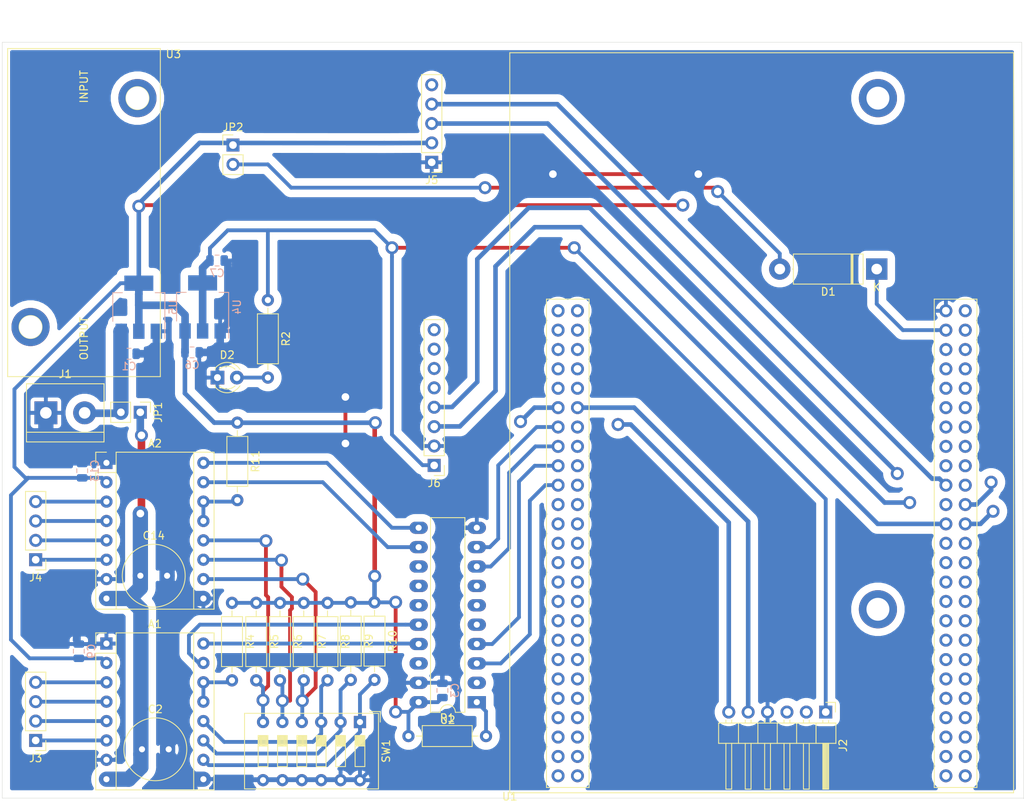
<source format=kicad_pcb>
(kicad_pcb (version 20171130) (host pcbnew 5.1.5-52549c5~84~ubuntu18.04.1)
  (layers (0 F.Cu signal) (31 B.Cu signal) (34 B.Paste user) (35 F.Paste user) (36 B.SilkS user) (37 F.SilkS user) (38 B.Mask user) (39 F.Mask user) (44 Edge.Cuts user))
  (net 0 "")
  (net 1 A4988_1_DIR)
  (net 2 VMOT)
  (net 3 A4988_1_STEP)
  (net 4 GND)
  (net 5 "Net-(A1-Pad13)")
  (net 6 A4988_1_2B)
  (net 7 A4988_1_2A)
  (net 8 A4988_1_MS3)
  (net 9 A4988_1_1A)
  (net 10 A4988_1_MS2)
  (net 11 A4988_1_1B)
  (net 12 A4988_1_MS1)
  (net 13 +5V)
  (net 14 A4988_2_DIR)
  (net 15 A4988_2_STEP)
  (net 16 "Net-(A2-Pad13)")
  (net 17 A4988_2_2B)
  (net 18 A4988_2_2A)
  (net 19 A4988_2_MS3)
  (net 20 A4988_2_1A)
  (net 21 A4988_2_MS2)
  (net 22 A4988_2_1B)
  (net 23 A4988_2_MS1)
  (net 24 +3V3)
  (net 25 "Net-(R1-Pad2)")
  (net 26 MOTOR_1_PULSE)
  (net 27 MOTOR_1_DIR)
  (net 28 MOTOR_2_PULSE)
  (net 29 MOTOR_2_DIR)
  (net 30 +9V)
  (net 31 UART_ROS_RX)
  (net 32 UART_ROS_TX)
  (net 33 DS1307_SCL)
  (net 34 DS1307_SDA)
  (net 35 "Net-(D1-Pad2)")
  (net 36 VMCU)
  (net 37 "Net-(D2-Pad2)")
  (net 38 MPU_6050_SDA)
  (net 39 MPU_6050_SCL)
  (module Diode_THT:D_5W_P12.70mm_Horizontal (layer F.Cu) (at 130.556 66.04 180)
    (fp_text reference D1 (at 6.35 -2.97) (layer F.SilkS))
    (fp_text value SS24)
    (fp_text user K (at 0 -2.4) (layer F.SilkS))
    (pad 2 thru_hole oval (at 12.7 0 180) (size 2.8 2.8) (drill 1.4) (layers *.Cu *.Mask) (net 35 "Net-(D1-Pad2)"))
    (pad 1 thru_hole rect (at 0 0 180) (size 2.8 2.8) (drill 1.4) (layers *.Cu *.Mask) (net 36 VMCU))
  )
  (module Resistor_THT:R_Axial_DIN0207_L6.3mm_D2.5mm_P10.16mm_Horizontal (layer F.Cu) (at 50.8 70.104 270)
    (fp_text reference R2 (at 5.08 -2.37 90) (layer F.SilkS))
    (fp_text value R_Small)
    (pad 2 thru_hole oval (at 10.16 0 270) (size 1.6 1.6) (drill 0.8) (layers *.Cu *.Mask) (net 37 "Net-(D2-Pad2)"))
    (pad 1 thru_hole circle (at 0 0 270) (size 1.6 1.6) (drill 0.8) (layers *.Cu *.Mask) (net 24 +3V3))
  )
  (module Connector_PinHeader_2.54mm:PinHeader_1x02_P2.54mm_Vertical (layer F.Cu) (at 46.228 49.784)
    (fp_text reference JP2 (at 0 -2.33) (layer F.SilkS))
    (fp_text value Jumper)
    (pad 2 thru_hole oval (at 0 2.54) (size 1.7 1.7) (drill 1) (layers *.Cu *.Mask) (net 35 "Net-(D1-Pad2)"))
    (pad 1 thru_hole rect (at 0 0) (size 1.7 1.7) (drill 1) (layers *.Cu *.Mask) (net 13 +5V))
  )
  (module Connector_PinHeader_2.54mm:PinHeader_1x08_P2.54mm_Vertical (layer F.Cu) (at 72.58558 91.77274 180)
    (fp_text reference J6 (at 0 -2.33) (layer F.SilkS))
    (fp_text value Conn_01x08)
    (pad 8 thru_hole oval (at 0 17.78 180) (size 1.7 1.7) (drill 1) (layers *.Cu *.Mask))
    (pad 7 thru_hole oval (at 0 15.24 180) (size 1.7 1.7) (drill 1) (layers *.Cu *.Mask))
    (pad 6 thru_hole oval (at 0 12.7 180) (size 1.7 1.7) (drill 1) (layers *.Cu *.Mask))
    (pad 5 thru_hole oval (at 0 10.16 180) (size 1.7 1.7) (drill 1) (layers *.Cu *.Mask))
    (pad 4 thru_hole oval (at 0 7.62 180) (size 1.7 1.7) (drill 1) (layers *.Cu *.Mask) (net 38 MPU_6050_SDA))
    (pad 3 thru_hole oval (at 0 5.08 180) (size 1.7 1.7) (drill 1) (layers *.Cu *.Mask) (net 39 MPU_6050_SCL))
    (pad 2 thru_hole oval (at 0 2.54 180) (size 1.7 1.7) (drill 1) (layers *.Cu *.Mask) (net 4 GND))
    (pad 1 thru_hole rect (at 0 0 180) (size 1.7 1.7) (drill 1) (layers *.Cu *.Mask) (net 24 +3V3))
  )
  (module LED_THT:LED_D3.0mm (layer F.Cu) (at 44.196 80.264)
    (fp_text reference D2 (at 1.27 -2.96) (layer F.SilkS))
    (fp_text value LED_Small)
    (pad 2 thru_hole circle (at 2.54 0) (size 1.8 1.8) (drill 0.9) (layers *.Cu *.Mask) (net 37 "Net-(D2-Pad2)"))
    (pad 1 thru_hole rect (at 0 0) (size 1.8 1.8) (drill 0.9) (layers *.Cu *.Mask) (net 4 GND))
  )
  (module Capacitor_THT:C_Radial_D8.0mm_H11.5mm_P3.50mm (layer F.Cu) (at 34.30778 128.98374)
    (fp_text reference C2 (at 1.75 -5.25) (layer F.SilkS))
    (fp_text value 10uF)
    (pad 2 thru_hole circle (at 3.5 0) (size 1.6 1.6) (drill 0.8) (layers *.Cu *.Mask) (net 4 GND))
    (pad 1 thru_hole circle (at 0 0) (size 1.6 1.6) (drill 0.8) (layers *.Cu *.Mask) (net 2 VMOT))
  )
  (module Connector_PinHeader_2.54mm:PinHeader_1x06_P2.54mm_Horizontal (layer F.Cu) (at 123.8758 124.1044 270)
    (fp_text reference J2 (at 4.385 -2.27 90) (layer F.SilkS))
    (fp_text value Conn_01x06)
    (pad 6 thru_hole oval (at 0 12.7 270) (size 1.7 1.7) (drill 1) (layers *.Cu *.Mask) (net 31 UART_ROS_RX))
    (pad 5 thru_hole oval (at 0 10.16 270) (size 1.7 1.7) (drill 1) (layers *.Cu *.Mask) (net 32 UART_ROS_TX))
    (pad 4 thru_hole oval (at 0 7.62 270) (size 1.7 1.7) (drill 1) (layers *.Cu *.Mask) (net 4 GND))
    (pad 3 thru_hole oval (at 0 5.08 270) (size 1.7 1.7) (drill 1) (layers *.Cu *.Mask))
    (pad 2 thru_hole oval (at 0 2.54 270) (size 1.7 1.7) (drill 1) (layers *.Cu *.Mask))
    (pad 1 thru_hole rect (at 0 0 270) (size 1.7 1.7) (drill 1) (layers *.Cu *.Mask) (net 24 +3V3))
  )
  (module Capacitor_THT:C_Radial_D8.0mm_H11.5mm_P3.50mm (layer F.Cu) (at 34.0995 106.2355)
    (fp_text reference C14 (at 1.75 -5.25) (layer F.SilkS))
    (fp_text value 10uF)
    (pad 2 thru_hole circle (at 3.5 0) (size 1.6 1.6) (drill 0.8) (layers *.Cu *.Mask) (net 4 GND))
    (pad 1 thru_hole circle (at 0 0) (size 1.6 1.6) (drill 0.8) (layers *.Cu *.Mask) (net 2 VMOT))
  )
  (module Package_TO_SOT_SMD:SOT-223-3_TabPin2 (layer B.Cu) (at 33.895 71.0434 90)
    (fp_text reference U5 (at 0 4.5 90) (layer B.SilkS) (effects (justify mirror)))
    (fp_text value AMS1117-5.0)
    (pad 1 smd rect (at -3.15 2.3 90) (size 2 1.5) (layers B.Cu B.Paste B.Mask) (net 4 GND))
    (pad 3 smd rect (at -3.15 -2.3 90) (size 2 1.5) (layers B.Cu B.Paste B.Mask) (net 30 +9V))
    (pad 2 smd rect (at -3.15 0 90) (size 2 1.5) (layers B.Cu B.Paste B.Mask) (net 13 +5V))
    (pad 2 smd rect (at 3.15 0 90) (size 2 3.8) (layers B.Cu B.Paste B.Mask) (net 13 +5V))
  )
  (module Capacitor_SMD:C_0805_2012Metric (layer B.Cu) (at 32.6136 77.1398)
    (fp_text reference C1 (at 0 1.65) (layer B.SilkS) (effects (justify mirror)))
    (fp_text value 22uF)
    (pad 2 smd roundrect (at 0.9375 0) (size 0.975 1.4) (layers B.Cu B.Paste B.Mask) (net 4 GND))
    (pad 1 smd roundrect (at -0.9375 0) (size 0.975 1.4) (layers B.Cu B.Paste B.Mask) (net 30 +9V))
  )
  (module Resistor_THT:R_Axial_DIN0207_L6.3mm_D2.5mm_P10.16mm_Horizontal (layer F.Cu) (at 46.7995 86.1695 270)
    (fp_text reference R11 (at 5.08 -2.37 90) (layer F.SilkS))
    (fp_text value 10K)
    (pad 2 thru_hole oval (at 10.16 0 270) (size 1.6 1.6) (drill 0.8) (layers *.Cu *.Mask) (net 16 "Net-(A2-Pad13)"))
    (pad 1 thru_hole circle (at 0 0 270) (size 1.6 1.6) (drill 0.8) (layers *.Cu *.Mask) (net 13 +5V))
  )
  (module Resistor_THT:R_Axial_DIN0207_L6.3mm_D2.5mm_P10.16mm_Horizontal (layer F.Cu) (at 64.77 109.728 270)
    (fp_text reference R10 (at 5.08 -2.37 270) (layer F.SilkS))
    (fp_text value 10K)
    (pad 2 thru_hole oval (at 10.16 0 270) (size 1.6 1.6) (drill 0.8) (layers *.Cu *.Mask) (net 12 A4988_1_MS1))
    (pad 1 thru_hole circle (at 0 0 270) (size 1.6 1.6) (drill 0.8) (layers *.Cu *.Mask) (net 13 +5V))
  )
  (module Resistor_THT:R_Axial_DIN0207_L6.3mm_D2.5mm_P10.16mm_Horizontal (layer F.Cu) (at 61.6585 109.728 270)
    (fp_text reference R9 (at 5.08 -2.37 270) (layer F.SilkS))
    (fp_text value 10K)
    (pad 2 thru_hole oval (at 10.16 0 270) (size 1.6 1.6) (drill 0.8) (layers *.Cu *.Mask) (net 10 A4988_1_MS2))
    (pad 1 thru_hole circle (at 0 0 270) (size 1.6 1.6) (drill 0.8) (layers *.Cu *.Mask) (net 13 +5V))
  )
  (module Resistor_THT:R_Axial_DIN0207_L6.3mm_D2.5mm_P10.16mm_Horizontal (layer F.Cu) (at 58.6105 109.7915 270)
    (fp_text reference R8 (at 5.08 -2.37 270) (layer F.SilkS))
    (fp_text value 10K)
    (pad 2 thru_hole oval (at 10.16 0 270) (size 1.6 1.6) (drill 0.8) (layers *.Cu *.Mask) (net 8 A4988_1_MS3))
    (pad 1 thru_hole circle (at 0 0 270) (size 1.6 1.6) (drill 0.8) (layers *.Cu *.Mask) (net 13 +5V))
  )
  (module Resistor_THT:R_Axial_DIN0207_L6.3mm_D2.5mm_P10.16mm_Horizontal (layer F.Cu) (at 55.499 109.7915 270)
    (fp_text reference R7 (at 5.08 -2.37 270) (layer F.SilkS))
    (fp_text value 10K)
    (pad 2 thru_hole oval (at 10.16 0 270) (size 1.6 1.6) (drill 0.8) (layers *.Cu *.Mask) (net 23 A4988_2_MS1))
    (pad 1 thru_hole circle (at 0 0 270) (size 1.6 1.6) (drill 0.8) (layers *.Cu *.Mask) (net 13 +5V))
  )
  (module Resistor_THT:R_Axial_DIN0207_L6.3mm_D2.5mm_P10.16mm_Horizontal (layer F.Cu) (at 52.3875 109.7915 270)
    (fp_text reference R6 (at 5.08 -2.37 270) (layer F.SilkS))
    (fp_text value 10K)
    (pad 2 thru_hole oval (at 10.16 0 270) (size 1.6 1.6) (drill 0.8) (layers *.Cu *.Mask) (net 21 A4988_2_MS2))
    (pad 1 thru_hole circle (at 0 0 270) (size 1.6 1.6) (drill 0.8) (layers *.Cu *.Mask) (net 13 +5V))
  )
  (module Resistor_THT:R_Axial_DIN0207_L6.3mm_D2.5mm_P10.16mm_Horizontal (layer F.Cu) (at 49.276 109.7915 270)
    (fp_text reference R5 (at 5.08 -2.37 270) (layer F.SilkS))
    (fp_text value 10K)
    (pad 2 thru_hole oval (at 10.16 0 270) (size 1.6 1.6) (drill 0.8) (layers *.Cu *.Mask) (net 19 A4988_2_MS3))
    (pad 1 thru_hole circle (at 0 0 270) (size 1.6 1.6) (drill 0.8) (layers *.Cu *.Mask) (net 13 +5V))
  )
  (module Resistor_THT:R_Axial_DIN0207_L6.3mm_D2.5mm_P10.16mm_Horizontal (layer F.Cu) (at 46.101 109.7915 270)
    (fp_text reference R4 (at 5.08 -2.37 90) (layer F.SilkS))
    (fp_text value 10K)
    (pad 2 thru_hole oval (at 10.16 0 270) (size 1.6 1.6) (drill 0.8) (layers *.Cu *.Mask) (net 5 "Net-(A1-Pad13)"))
    (pad 1 thru_hole circle (at 0 0 270) (size 1.6 1.6) (drill 0.8) (layers *.Cu *.Mask) (net 13 +5V))
  )
  (module Resistor_THT:R_Axial_DIN0207_L6.3mm_D2.5mm_P10.16mm_Horizontal (layer F.Cu) (at 69.215 127.254)
    (fp_text reference R1 (at 5.08 -2.37) (layer F.SilkS))
    (fp_text value 10K)
    (pad 2 thru_hole oval (at 10.16 0) (size 1.6 1.6) (drill 0.8) (layers *.Cu *.Mask) (net 25 "Net-(R1-Pad2)"))
    (pad 1 thru_hole circle (at 0 0) (size 1.6 1.6) (drill 0.8) (layers *.Cu *.Mask) (net 13 +5V))
  )
  (module footprints:LM2596_MODULE (layer F.Cu) (at 16.7132 37.1348 270)
    (fp_text reference U3 (at 0.7366 -21.717 180) (layer F.SilkS))
    (fp_text value LM2596_MODULE)
    (fp_text user OUTPUT (at 38 -10 90) (layer F.SilkS))
    (fp_text user INPUT (at 5 -10 90) (layer F.SilkS))
    (pad ~ thru_hole circle (at 36.5 -3 270) (size 5 5) (drill 3) (layers *.Cu *.Mask))
    (pad ~ thru_hole circle (at 6.5 -17 270) (size 5 5) (drill 3) (layers *.Cu *.Mask))
  )
  (module Package_TO_SOT_SMD:SOT-223-3_TabPin2 (layer B.Cu) (at 42.2529 71.0057 90)
    (fp_text reference U4 (at 0 4.5 90) (layer B.SilkS) (effects (justify mirror)))
    (fp_text value AMS1117-3.3)
    (pad 1 smd rect (at -3.15 2.3 90) (size 2 1.5) (layers B.Cu B.Paste B.Mask) (net 4 GND))
    (pad 3 smd rect (at -3.15 -2.3 90) (size 2 1.5) (layers B.Cu B.Paste B.Mask) (net 13 +5V))
    (pad 2 smd rect (at -3.15 0 90) (size 2 1.5) (layers B.Cu B.Paste B.Mask) (net 24 +3V3))
    (pad 2 smd rect (at 3.15 0 90) (size 2 3.8) (layers B.Cu B.Paste B.Mask) (net 24 +3V3))
  )
  (module Package_DIP:DIP-20_W7.62mm_LongPads (layer F.Cu) (at 78.1685 122.809 180)
    (fp_text reference U2 (at 3.81 -2.33) (layer F.SilkS))
    (fp_text value 74HC245)
    (pad 20 thru_hole oval (at 7.62 0 180) (size 2.4 1.6) (drill 0.8) (layers *.Cu *.Mask) (net 13 +5V))
    (pad 10 thru_hole oval (at 0 22.86 180) (size 2.4 1.6) (drill 0.8) (layers *.Cu *.Mask) (net 4 GND))
    (pad 19 thru_hole oval (at 7.62 2.54 180) (size 2.4 1.6) (drill 0.8) (layers *.Cu *.Mask) (net 4 GND))
    (pad 9 thru_hole oval (at 0 20.32 180) (size 2.4 1.6) (drill 0.8) (layers *.Cu *.Mask) (net 29 MOTOR_2_DIR))
    (pad 18 thru_hole oval (at 7.62 5.08 180) (size 2.4 1.6) (drill 0.8) (layers *.Cu *.Mask))
    (pad 8 thru_hole oval (at 0 17.78 180) (size 2.4 1.6) (drill 0.8) (layers *.Cu *.Mask) (net 28 MOTOR_2_PULSE))
    (pad 17 thru_hole oval (at 7.62 7.62 180) (size 2.4 1.6) (drill 0.8) (layers *.Cu *.Mask) (net 1 A4988_1_DIR))
    (pad 7 thru_hole oval (at 0 15.24 180) (size 2.4 1.6) (drill 0.8) (layers *.Cu *.Mask))
    (pad 16 thru_hole oval (at 7.62 10.16 180) (size 2.4 1.6) (drill 0.8) (layers *.Cu *.Mask) (net 3 A4988_1_STEP))
    (pad 6 thru_hole oval (at 0 12.7 180) (size 2.4 1.6) (drill 0.8) (layers *.Cu *.Mask))
    (pad 15 thru_hole oval (at 7.62 12.7 180) (size 2.4 1.6) (drill 0.8) (layers *.Cu *.Mask))
    (pad 5 thru_hole oval (at 0 10.16 180) (size 2.4 1.6) (drill 0.8) (layers *.Cu *.Mask))
    (pad 14 thru_hole oval (at 7.62 15.24 180) (size 2.4 1.6) (drill 0.8) (layers *.Cu *.Mask))
    (pad 4 thru_hole oval (at 0 7.62 180) (size 2.4 1.6) (drill 0.8) (layers *.Cu *.Mask) (net 26 MOTOR_1_PULSE))
    (pad 13 thru_hole oval (at 7.62 17.78 180) (size 2.4 1.6) (drill 0.8) (layers *.Cu *.Mask))
    (pad 3 thru_hole oval (at 0 5.08 180) (size 2.4 1.6) (drill 0.8) (layers *.Cu *.Mask) (net 27 MOTOR_1_DIR))
    (pad 12 thru_hole oval (at 7.62 20.32 180) (size 2.4 1.6) (drill 0.8) (layers *.Cu *.Mask) (net 15 A4988_2_STEP))
    (pad 2 thru_hole oval (at 0 2.54 180) (size 2.4 1.6) (drill 0.8) (layers *.Cu *.Mask))
    (pad 11 thru_hole oval (at 7.62 22.86 180) (size 2.4 1.6) (drill 0.8) (layers *.Cu *.Mask) (net 14 A4988_2_DIR))
    (pad 1 thru_hole rect (at 0 0 180) (size 2.4 1.6) (drill 0.8) (layers *.Cu *.Mask) (net 25 "Net-(R1-Pad2)"))
  )
  (module footprints:stm32f4_disco_board (layer F.Cu) (at 82.4865 134.6835)
    (fp_text reference U1 (at 0 0.5) (layer F.SilkS))
    (fp_text value stm32f4_disco_board)
    (pad 100 thru_hole oval (at 59.67 -2.22) (size 1.7 1.7) (drill 1) (layers *.Cu *.Mask))
    (pad 99 thru_hole oval (at 57.13 -2.22) (size 1.7 1.7) (drill 1) (layers *.Cu *.Mask))
    (pad 98 thru_hole oval (at 59.67 -4.76) (size 1.7 1.7) (drill 1) (layers *.Cu *.Mask))
    (pad 97 thru_hole oval (at 57.13 -4.76) (size 1.7 1.7) (drill 1) (layers *.Cu *.Mask))
    (pad 96 thru_hole oval (at 59.67 -7.3) (size 1.7 1.7) (drill 1) (layers *.Cu *.Mask))
    (pad 95 thru_hole oval (at 57.13 -7.3) (size 1.7 1.7) (drill 1) (layers *.Cu *.Mask))
    (pad 94 thru_hole oval (at 59.67 -9.84) (size 1.7 1.7) (drill 1) (layers *.Cu *.Mask))
    (pad 93 thru_hole oval (at 57.13 -9.84) (size 1.7 1.7) (drill 1) (layers *.Cu *.Mask))
    (pad 92 thru_hole oval (at 59.67 -12.38) (size 1.7 1.7) (drill 1) (layers *.Cu *.Mask))
    (pad 91 thru_hole oval (at 57.13 -12.38) (size 1.7 1.7) (drill 1) (layers *.Cu *.Mask))
    (pad 90 thru_hole oval (at 59.67 -14.92) (size 1.7 1.7) (drill 1) (layers *.Cu *.Mask))
    (pad 89 thru_hole oval (at 57.13 -14.92) (size 1.7 1.7) (drill 1) (layers *.Cu *.Mask))
    (pad 88 thru_hole oval (at 59.67 -17.46) (size 1.7 1.7) (drill 1) (layers *.Cu *.Mask))
    (pad 87 thru_hole oval (at 57.13 -17.46) (size 1.7 1.7) (drill 1) (layers *.Cu *.Mask))
    (pad 86 thru_hole oval (at 59.67 -20) (size 1.7 1.7) (drill 1) (layers *.Cu *.Mask))
    (pad 85 thru_hole oval (at 57.13 -20) (size 1.7 1.7) (drill 1) (layers *.Cu *.Mask))
    (pad 84 thru_hole oval (at 59.67 -22.54) (size 1.7 1.7) (drill 1) (layers *.Cu *.Mask))
    (pad 83 thru_hole oval (at 57.13 -22.54) (size 1.7 1.7) (drill 1) (layers *.Cu *.Mask))
    (pad 82 thru_hole oval (at 59.67 -25.08) (size 1.7 1.7) (drill 1) (layers *.Cu *.Mask))
    (pad 81 thru_hole oval (at 57.13 -25.08) (size 1.7 1.7) (drill 1) (layers *.Cu *.Mask))
    (pad 80 thru_hole oval (at 59.67 -27.62) (size 1.7 1.7) (drill 1) (layers *.Cu *.Mask))
    (pad 79 thru_hole oval (at 57.13 -27.62) (size 1.7 1.7) (drill 1) (layers *.Cu *.Mask))
    (pad 78 thru_hole oval (at 59.67 -30.16) (size 1.7 1.7) (drill 1) (layers *.Cu *.Mask))
    (pad 77 thru_hole oval (at 57.13 -30.16) (size 1.7 1.7) (drill 1) (layers *.Cu *.Mask))
    (pad 76 thru_hole oval (at 59.67 -32.7) (size 1.7 1.7) (drill 1) (layers *.Cu *.Mask))
    (pad 75 thru_hole oval (at 57.13 -32.7) (size 1.7 1.7) (drill 1) (layers *.Cu *.Mask))
    (pad 74 thru_hole oval (at 59.67 -35.24) (size 1.7 1.7) (drill 1) (layers *.Cu *.Mask) (net 38 MPU_6050_SDA))
    (pad 73 thru_hole oval (at 57.13 -35.24) (size 1.7 1.7) (drill 1) (layers *.Cu *.Mask) (net 39 MPU_6050_SCL))
    (pad 72 thru_hole oval (at 59.67 -37.78) (size 1.7 1.7) (drill 1) (layers *.Cu *.Mask) (net 34 DS1307_SDA))
    (pad 71 thru_hole oval (at 57.13 -37.78) (size 1.7 1.7) (drill 1) (layers *.Cu *.Mask))
    (pad 70 thru_hole oval (at 59.67 -40.32) (size 1.7 1.7) (drill 1) (layers *.Cu *.Mask))
    (pad 69 thru_hole oval (at 57.13 -40.32) (size 1.7 1.7) (drill 1) (layers *.Cu *.Mask) (net 33 DS1307_SCL))
    (pad 68 thru_hole oval (at 59.67 -42.86) (size 1.7 1.7) (drill 1) (layers *.Cu *.Mask))
    (pad 67 thru_hole oval (at 57.13 -42.86) (size 1.7 1.7) (drill 1) (layers *.Cu *.Mask))
    (pad 66 thru_hole oval (at 59.67 -45.4) (size 1.7 1.7) (drill 1) (layers *.Cu *.Mask))
    (pad 65 thru_hole oval (at 57.13 -45.4) (size 1.7 1.7) (drill 1) (layers *.Cu *.Mask))
    (pad 64 thru_hole oval (at 59.67 -47.94) (size 1.7 1.7) (drill 1) (layers *.Cu *.Mask))
    (pad 63 thru_hole oval (at 57.13 -47.94) (size 1.7 1.7) (drill 1) (layers *.Cu *.Mask))
    (pad 62 thru_hole oval (at 59.67 -50.48) (size 1.7 1.7) (drill 1) (layers *.Cu *.Mask))
    (pad 61 thru_hole oval (at 57.13 -50.48) (size 1.7 1.7) (drill 1) (layers *.Cu *.Mask))
    (pad 60 thru_hole oval (at 59.67 -53.02) (size 1.7 1.7) (drill 1) (layers *.Cu *.Mask))
    (pad 59 thru_hole oval (at 57.13 -53.02) (size 1.7 1.7) (drill 1) (layers *.Cu *.Mask))
    (pad 58 thru_hole oval (at 59.67 -55.56) (size 1.7 1.7) (drill 1) (layers *.Cu *.Mask))
    (pad 57 thru_hole oval (at 57.13 -55.56) (size 1.7 1.7) (drill 1) (layers *.Cu *.Mask))
    (pad 56 thru_hole oval (at 59.67 -58.1) (size 1.7 1.7) (drill 1) (layers *.Cu *.Mask))
    (pad 55 thru_hole oval (at 57.13 -58.1) (size 1.7 1.7) (drill 1) (layers *.Cu *.Mask))
    (pad 54 thru_hole oval (at 59.67 -60.64) (size 1.7 1.7) (drill 1) (layers *.Cu *.Mask))
    (pad 53 thru_hole oval (at 57.13 -60.64) (size 1.7 1.7) (drill 1) (layers *.Cu *.Mask) (net 36 VMCU))
    (pad 52 thru_hole oval (at 59.67 -63.18) (size 1.7 1.7) (drill 1) (layers *.Cu *.Mask))
    (pad 51 thru_hole oval (at 57.13 -63.18) (size 1.7 1.7) (drill 1) (layers *.Cu *.Mask) (net 4 GND))
    (pad 50 thru_hole oval (at 8.87 -2.22) (size 1.7 1.7) (drill 1) (layers *.Cu *.Mask))
    (pad 48 thru_hole oval (at 8.87 -4.76) (size 1.7 1.7) (drill 1) (layers *.Cu *.Mask))
    (pad 46 thru_hole oval (at 8.87 -7.3) (size 1.7 1.7) (drill 1) (layers *.Cu *.Mask))
    (pad 44 thru_hole oval (at 8.87 -9.84) (size 1.7 1.7) (drill 1) (layers *.Cu *.Mask))
    (pad 42 thru_hole oval (at 8.87 -12.38) (size 1.7 1.7) (drill 1) (layers *.Cu *.Mask))
    (pad 40 thru_hole oval (at 8.87 -14.92) (size 1.7 1.7) (drill 1) (layers *.Cu *.Mask))
    (pad 38 thru_hole oval (at 8.87 -17.46) (size 1.7 1.7) (drill 1) (layers *.Cu *.Mask))
    (pad 34 thru_hole oval (at 8.87 -22.54) (size 1.7 1.7) (drill 1) (layers *.Cu *.Mask))
    (pad 36 thru_hole oval (at 8.87 -20) (size 1.7 1.7) (drill 1) (layers *.Cu *.Mask))
    (pad 32 thru_hole oval (at 8.87 -25.08) (size 1.7 1.7) (drill 1) (layers *.Cu *.Mask))
    (pad 30 thru_hole oval (at 8.87 -27.62) (size 1.7 1.7) (drill 1) (layers *.Cu *.Mask))
    (pad 28 thru_hole oval (at 8.87 -30.16) (size 1.7 1.7) (drill 1) (layers *.Cu *.Mask))
    (pad 26 thru_hole oval (at 8.87 -32.7) (size 1.7 1.7) (drill 1) (layers *.Cu *.Mask))
    (pad 24 thru_hole oval (at 8.87 -35.24) (size 1.7 1.7) (drill 1) (layers *.Cu *.Mask))
    (pad 22 thru_hole oval (at 8.87 -37.78) (size 1.7 1.7) (drill 1) (layers *.Cu *.Mask))
    (pad 20 thru_hole oval (at 8.87 -40.32) (size 1.7 1.7) (drill 1) (layers *.Cu *.Mask))
    (pad 18 thru_hole oval (at 8.87 -42.86) (size 1.7 1.7) (drill 1) (layers *.Cu *.Mask))
    (pad 16 thru_hole oval (at 8.87 -45.4) (size 1.7 1.7) (drill 1) (layers *.Cu *.Mask))
    (pad 14 thru_hole oval (at 8.87 -47.94) (size 1.7 1.7) (drill 1) (layers *.Cu *.Mask))
    (pad 12 thru_hole oval (at 8.87 -50.48) (size 1.7 1.7) (drill 1) (layers *.Cu *.Mask) (net 32 UART_ROS_TX))
    (pad 10 thru_hole oval (at 8.87 -53.02) (size 1.7 1.7) (drill 1) (layers *.Cu *.Mask))
    (pad 8 thru_hole oval (at 8.87 -55.56) (size 1.7 1.7) (drill 1) (layers *.Cu *.Mask))
    (pad 6 thru_hole oval (at 8.87 -58.1) (size 1.7 1.7) (drill 1) (layers *.Cu *.Mask))
    (pad 4 thru_hole oval (at 8.87 -60.64) (size 1.7 1.7) (drill 1) (layers *.Cu *.Mask))
    (pad 2 thru_hole oval (at 8.87 -63.18) (size 1.7 1.7) (drill 1) (layers *.Cu *.Mask))
    (pad 1 thru_hole oval (at 6.33 -63.18) (size 1.7 1.7) (drill 1) (layers *.Cu *.Mask))
    (pad 3 thru_hole oval (at 6.33 -60.64) (size 1.7 1.7) (drill 1) (layers *.Cu *.Mask))
    (pad 5 thru_hole oval (at 6.33 -58.1) (size 1.7 1.7) (drill 1) (layers *.Cu *.Mask))
    (pad 7 thru_hole oval (at 6.33 -55.56) (size 1.7 1.7) (drill 1) (layers *.Cu *.Mask))
    (pad 9 thru_hole oval (at 6.33 -53.02) (size 1.7 1.7) (drill 1) (layers *.Cu *.Mask))
    (pad 11 thru_hole oval (at 6.33 -50.48) (size 1.7 1.7) (drill 1) (layers *.Cu *.Mask) (net 31 UART_ROS_RX))
    (pad 13 thru_hole oval (at 6.33 -47.94) (size 1.7 1.7) (drill 1) (layers *.Cu *.Mask) (net 29 MOTOR_2_DIR))
    (pad 15 thru_hole oval (at 6.33 -45.4) (size 1.7 1.7) (drill 1) (layers *.Cu *.Mask) (net 28 MOTOR_2_PULSE))
    (pad 17 thru_hole oval (at 6.33 -42.86) (size 1.7 1.7) (drill 1) (layers *.Cu *.Mask) (net 26 MOTOR_1_PULSE))
    (pad 19 thru_hole oval (at 6.33 -40.32) (size 1.7 1.7) (drill 1) (layers *.Cu *.Mask) (net 27 MOTOR_1_DIR))
    (pad 21 thru_hole oval (at 6.33 -37.78) (size 1.7 1.7) (drill 1) (layers *.Cu *.Mask))
    (pad 23 thru_hole oval (at 6.33 -35.24) (size 1.7 1.7) (drill 1) (layers *.Cu *.Mask))
    (pad 25 thru_hole oval (at 6.33 -32.7) (size 1.7 1.7) (drill 1) (layers *.Cu *.Mask))
    (pad 27 thru_hole oval (at 6.33 -30.16) (size 1.7 1.7) (drill 1) (layers *.Cu *.Mask))
    (pad 29 thru_hole oval (at 6.33 -27.62) (size 1.7 1.7) (drill 1) (layers *.Cu *.Mask))
    (pad 31 thru_hole oval (at 6.33 -25.08) (size 1.7 1.7) (drill 1) (layers *.Cu *.Mask))
    (pad 33 thru_hole oval (at 6.33 -22.54) (size 1.7 1.7) (drill 1) (layers *.Cu *.Mask))
    (pad 35 thru_hole oval (at 6.33 -20) (size 1.7 1.7) (drill 1) (layers *.Cu *.Mask))
    (pad 37 thru_hole oval (at 6.33 -17.46) (size 1.7 1.7) (drill 1) (layers *.Cu *.Mask))
    (pad 39 thru_hole oval (at 6.33 -14.92) (size 1.7 1.7) (drill 1) (layers *.Cu *.Mask))
    (pad 41 thru_hole oval (at 6.33 -12.38) (size 1.7 1.7) (drill 1) (layers *.Cu *.Mask))
    (pad 43 thru_hole oval (at 6.33 -9.84) (size 1.7 1.7) (drill 1) (layers *.Cu *.Mask))
    (pad 45 thru_hole oval (at 6.33 -7.3) (size 1.7 1.7) (drill 1) (layers *.Cu *.Mask))
    (pad 47 thru_hole oval (at 6.33 -4.76) (size 1.7 1.7) (drill 1) (layers *.Cu *.Mask))
    (pad 49 thru_hole oval (at 6.33 -2.22) (size 1.7 1.7) (drill 1) (layers *.Cu *.Mask))
  )
  (module Button_Switch_THT:SW_DIP_SPSTx06_Slide_9.78x17.42mm_W7.62mm_P2.54mm (layer F.Cu) (at 62.865 125.4125 270)
    (fp_text reference SW1 (at 3.81 -3.42 90) (layer F.SilkS))
    (fp_text value SW_DIP_x06)
    (pad 12 thru_hole oval (at 7.62 0 270) (size 1.6 1.6) (drill 0.8) (layers *.Cu *.Mask) (net 4 GND))
    (pad 6 thru_hole oval (at 0 12.7 270) (size 1.6 1.6) (drill 0.8) (layers *.Cu *.Mask) (net 19 A4988_2_MS3))
    (pad 11 thru_hole oval (at 7.62 2.54 270) (size 1.6 1.6) (drill 0.8) (layers *.Cu *.Mask) (net 4 GND))
    (pad 5 thru_hole oval (at 0 10.16 270) (size 1.6 1.6) (drill 0.8) (layers *.Cu *.Mask) (net 21 A4988_2_MS2))
    (pad 10 thru_hole oval (at 7.62 5.08 270) (size 1.6 1.6) (drill 0.8) (layers *.Cu *.Mask) (net 4 GND))
    (pad 4 thru_hole oval (at 0 7.62 270) (size 1.6 1.6) (drill 0.8) (layers *.Cu *.Mask) (net 23 A4988_2_MS1))
    (pad 9 thru_hole oval (at 7.62 7.62 270) (size 1.6 1.6) (drill 0.8) (layers *.Cu *.Mask) (net 4 GND))
    (pad 3 thru_hole oval (at 0 5.08 270) (size 1.6 1.6) (drill 0.8) (layers *.Cu *.Mask) (net 8 A4988_1_MS3))
    (pad 8 thru_hole oval (at 7.62 10.16 270) (size 1.6 1.6) (drill 0.8) (layers *.Cu *.Mask) (net 4 GND))
    (pad 2 thru_hole oval (at 0 2.54 270) (size 1.6 1.6) (drill 0.8) (layers *.Cu *.Mask) (net 10 A4988_1_MS2))
    (pad 7 thru_hole oval (at 7.62 12.7 270) (size 1.6 1.6) (drill 0.8) (layers *.Cu *.Mask) (net 4 GND))
    (pad 1 thru_hole rect (at 0 0 270) (size 1.6 1.6) (drill 0.8) (layers *.Cu *.Mask) (net 12 A4988_1_MS1))
  )
  (module Connector_PinHeader_2.54mm:PinHeader_1x02_P2.54mm_Vertical (layer F.Cu) (at 34.0868 84.8106 270)
    (fp_text reference JP1 (at 0 -2.33 90) (layer F.SilkS))
    (fp_text value Jumper)
    (pad 2 thru_hole oval (at 0 2.54 270) (size 1.7 1.7) (drill 1) (layers *.Cu *.Mask) (net 30 +9V))
    (pad 1 thru_hole rect (at 0 0 270) (size 1.7 1.7) (drill 1) (layers *.Cu *.Mask) (net 2 VMOT))
  )
  (module Connector_PinHeader_2.54mm:PinHeader_1x05_P2.54mm_Vertical (layer F.Cu) (at 72.263 52.0446 180)
    (fp_text reference J5 (at 0 -2.33) (layer F.SilkS))
    (fp_text value Conn_01x05)
    (pad 5 thru_hole oval (at 0 10.16 180) (size 1.7 1.7) (drill 1) (layers *.Cu *.Mask))
    (pad 4 thru_hole oval (at 0 7.62 180) (size 1.7 1.7) (drill 1) (layers *.Cu *.Mask) (net 33 DS1307_SCL))
    (pad 3 thru_hole oval (at 0 5.08 180) (size 1.7 1.7) (drill 1) (layers *.Cu *.Mask) (net 34 DS1307_SDA))
    (pad 2 thru_hole oval (at 0 2.54 180) (size 1.7 1.7) (drill 1) (layers *.Cu *.Mask) (net 13 +5V))
    (pad 1 thru_hole rect (at 0 0 180) (size 1.7 1.7) (drill 1) (layers *.Cu *.Mask) (net 4 GND))
  )
  (module Connector_PinHeader_2.54mm:PinHeader_1x04_P2.54mm_Vertical (layer F.Cu) (at 20.3835 104.14 180)
    (fp_text reference J4 (at 0 -2.33) (layer F.SilkS))
    (fp_text value Conn_01x04)
    (pad 4 thru_hole oval (at 0 7.62 180) (size 1.7 1.7) (drill 1) (layers *.Cu *.Mask) (net 22 A4988_2_1B))
    (pad 3 thru_hole oval (at 0 5.08 180) (size 1.7 1.7) (drill 1) (layers *.Cu *.Mask) (net 20 A4988_2_1A))
    (pad 2 thru_hole oval (at 0 2.54 180) (size 1.7 1.7) (drill 1) (layers *.Cu *.Mask) (net 18 A4988_2_2A))
    (pad 1 thru_hole rect (at 0 0 180) (size 1.7 1.7) (drill 1) (layers *.Cu *.Mask) (net 17 A4988_2_2B))
  )
  (module Connector_PinHeader_2.54mm:PinHeader_1x04_P2.54mm_Vertical (layer F.Cu) (at 20.3835 127.8255 180)
    (fp_text reference J3 (at 0 -2.33) (layer F.SilkS))
    (fp_text value Conn_01x04)
    (pad 4 thru_hole oval (at 0 7.62 180) (size 1.7 1.7) (drill 1) (layers *.Cu *.Mask) (net 11 A4988_1_1B))
    (pad 3 thru_hole oval (at 0 5.08 180) (size 1.7 1.7) (drill 1) (layers *.Cu *.Mask) (net 9 A4988_1_1A))
    (pad 2 thru_hole oval (at 0 2.54 180) (size 1.7 1.7) (drill 1) (layers *.Cu *.Mask) (net 7 A4988_1_2A))
    (pad 1 thru_hole rect (at 0 0 180) (size 1.7 1.7) (drill 1) (layers *.Cu *.Mask) (net 6 A4988_1_2B))
  )
  (module TerminalBlock:TerminalBlock_bornier-2_P5.08mm (layer F.Cu) (at 21.717 84.8868)
    (fp_text reference J1 (at 2.54 -5.08) (layer F.SilkS))
    (fp_text value Conn_01x02)
    (pad 2 thru_hole circle (at 5.08 0) (size 3 3) (drill 1.52) (layers *.Cu *.Mask) (net 30 +9V))
    (pad 1 thru_hole rect (at 0 0) (size 3 3) (drill 1.52) (layers *.Cu *.Mask) (net 4 GND))
  )
  (module Capacitor_SMD:C_0805_2012Metric (layer B.Cu) (at 26.4795 92.471 90)
    (fp_text reference C13 (at 0 1.65 270) (layer B.SilkS) (effects (justify mirror)))
    (fp_text value 100nF)
    (pad 2 smd roundrect (at 0.9375 0 90) (size 0.975 1.4) (layers B.Cu B.Paste B.Mask) (net 4 GND))
    (pad 1 smd roundrect (at -0.9375 0 90) (size 0.975 1.4) (layers B.Cu B.Paste B.Mask) (net 13 +5V))
  )
  (module Capacitor_SMD:C_0805_2012Metric (layer B.Cu) (at 26.035 116.1265 90)
    (fp_text reference C9 (at 0 1.65 270) (layer B.SilkS) (effects (justify mirror)))
    (fp_text value 100nF)
    (pad 2 smd roundrect (at 0.9375 0 90) (size 0.975 1.4) (layers B.Cu B.Paste B.Mask) (net 4 GND))
    (pad 1 smd roundrect (at -0.9375 0 90) (size 0.975 1.4) (layers B.Cu B.Paste B.Mask) (net 13 +5V))
  )
  (module Capacitor_SMD:C_0805_2012Metric (layer B.Cu) (at 44.1475 64.9224)
    (fp_text reference C7 (at 0 1.65) (layer B.SilkS) (effects (justify mirror)))
    (fp_text value 10uF)
    (pad 2 smd roundrect (at 0.9375 0) (size 0.975 1.4) (layers B.Cu B.Paste B.Mask) (net 4 GND))
    (pad 1 smd roundrect (at -0.9375 0) (size 0.975 1.4) (layers B.Cu B.Paste B.Mask) (net 24 +3V3))
  )
  (module Capacitor_SMD:C_0805_2012Metric (layer B.Cu) (at 40.8709 76.962)
    (fp_text reference C6 (at 0 1.65) (layer B.SilkS) (effects (justify mirror)))
    (fp_text value 22uF)
    (pad 2 smd roundrect (at 0.9375 0) (size 0.975 1.4) (layers B.Cu B.Paste B.Mask) (net 4 GND))
    (pad 1 smd roundrect (at -0.9375 0) (size 0.975 1.4) (layers B.Cu B.Paste B.Mask) (net 13 +5V))
  )
  (module Capacitor_SMD:C_0805_2012Metric (layer B.Cu) (at 73.66 121.27 90)
    (fp_text reference C3 (at 0 1.65 -90) (layer B.SilkS) (effects (justify mirror)))
    (fp_text value 100nF)
    (pad 2 smd roundrect (at 0.9375 0 90) (size 0.975 1.4) (layers B.Cu B.Paste B.Mask) (net 4 GND))
    (pad 1 smd roundrect (at -0.9375 0 90) (size 0.975 1.4) (layers B.Cu B.Paste B.Mask) (net 13 +5V))
  )
  (module Module:Pololu_Breakout-16_15.2x20.3mm (layer F.Cu) (at 29.6545 91.44)
    (fp_text reference A2 (at 6.35 -2.54) (layer F.SilkS))
    (fp_text value A4988_MODULE)
    (pad 16 thru_hole oval (at 12.7 0) (size 1.6 1.6) (drill 0.8) (layers *.Cu *.Mask) (net 14 A4988_2_DIR))
    (pad 8 thru_hole oval (at 0 17.78) (size 1.6 1.6) (drill 0.8) (layers *.Cu *.Mask) (net 2 VMOT))
    (pad 15 thru_hole oval (at 12.7 2.54) (size 1.6 1.6) (drill 0.8) (layers *.Cu *.Mask) (net 15 A4988_2_STEP))
    (pad 7 thru_hole oval (at 0 15.24) (size 1.6 1.6) (drill 0.8) (layers *.Cu *.Mask) (net 4 GND))
    (pad 14 thru_hole oval (at 12.7 5.08) (size 1.6 1.6) (drill 0.8) (layers *.Cu *.Mask) (net 16 "Net-(A2-Pad13)"))
    (pad 6 thru_hole oval (at 0 12.7) (size 1.6 1.6) (drill 0.8) (layers *.Cu *.Mask) (net 17 A4988_2_2B))
    (pad 13 thru_hole oval (at 12.7 7.62) (size 1.6 1.6) (drill 0.8) (layers *.Cu *.Mask) (net 16 "Net-(A2-Pad13)"))
    (pad 5 thru_hole oval (at 0 10.16) (size 1.6 1.6) (drill 0.8) (layers *.Cu *.Mask) (net 18 A4988_2_2A))
    (pad 12 thru_hole oval (at 12.7 10.16) (size 1.6 1.6) (drill 0.8) (layers *.Cu *.Mask) (net 19 A4988_2_MS3))
    (pad 4 thru_hole oval (at 0 7.62) (size 1.6 1.6) (drill 0.8) (layers *.Cu *.Mask) (net 20 A4988_2_1A))
    (pad 11 thru_hole oval (at 12.7 12.7) (size 1.6 1.6) (drill 0.8) (layers *.Cu *.Mask) (net 21 A4988_2_MS2))
    (pad 3 thru_hole oval (at 0 5.08) (size 1.6 1.6) (drill 0.8) (layers *.Cu *.Mask) (net 22 A4988_2_1B))
    (pad 10 thru_hole oval (at 12.7 15.24) (size 1.6 1.6) (drill 0.8) (layers *.Cu *.Mask) (net 23 A4988_2_MS1))
    (pad 2 thru_hole oval (at 0 2.54) (size 1.6 1.6) (drill 0.8) (layers *.Cu *.Mask) (net 13 +5V))
    (pad 9 thru_hole oval (at 12.7 17.78) (size 1.6 1.6) (drill 0.8) (layers *.Cu *.Mask) (net 4 GND))
    (pad 1 thru_hole rect (at 0 0) (size 1.6 1.6) (drill 0.8) (layers *.Cu *.Mask) (net 4 GND))
  )
  (module Module:Pololu_Breakout-16_15.2x20.3mm (layer F.Cu) (at 29.6545 115.1255)
    (fp_text reference A1 (at 6.35 -2.54) (layer F.SilkS))
    (fp_text value A4988_MODULE)
    (pad 16 thru_hole oval (at 12.7 0) (size 1.6 1.6) (drill 0.8) (layers *.Cu *.Mask) (net 1 A4988_1_DIR))
    (pad 8 thru_hole oval (at 0 17.78) (size 1.6 1.6) (drill 0.8) (layers *.Cu *.Mask) (net 2 VMOT))
    (pad 15 thru_hole oval (at 12.7 2.54) (size 1.6 1.6) (drill 0.8) (layers *.Cu *.Mask) (net 3 A4988_1_STEP))
    (pad 7 thru_hole oval (at 0 15.24) (size 1.6 1.6) (drill 0.8) (layers *.Cu *.Mask) (net 4 GND))
    (pad 14 thru_hole oval (at 12.7 5.08) (size 1.6 1.6) (drill 0.8) (layers *.Cu *.Mask) (net 5 "Net-(A1-Pad13)"))
    (pad 6 thru_hole oval (at 0 12.7) (size 1.6 1.6) (drill 0.8) (layers *.Cu *.Mask) (net 6 A4988_1_2B))
    (pad 13 thru_hole oval (at 12.7 7.62) (size 1.6 1.6) (drill 0.8) (layers *.Cu *.Mask) (net 5 "Net-(A1-Pad13)"))
    (pad 5 thru_hole oval (at 0 10.16) (size 1.6 1.6) (drill 0.8) (layers *.Cu *.Mask) (net 7 A4988_1_2A))
    (pad 12 thru_hole oval (at 12.7 10.16) (size 1.6 1.6) (drill 0.8) (layers *.Cu *.Mask) (net 8 A4988_1_MS3))
    (pad 4 thru_hole oval (at 0 7.62) (size 1.6 1.6) (drill 0.8) (layers *.Cu *.Mask) (net 9 A4988_1_1A))
    (pad 11 thru_hole oval (at 12.7 12.7) (size 1.6 1.6) (drill 0.8) (layers *.Cu *.Mask) (net 10 A4988_1_MS2))
    (pad 3 thru_hole oval (at 0 5.08) (size 1.6 1.6) (drill 0.8) (layers *.Cu *.Mask) (net 11 A4988_1_1B))
    (pad 10 thru_hole oval (at 12.7 15.24) (size 1.6 1.6) (drill 0.8) (layers *.Cu *.Mask) (net 12 A4988_1_MS1))
    (pad 2 thru_hole oval (at 0 2.54) (size 1.6 1.6) (drill 0.8) (layers *.Cu *.Mask) (net 13 +5V))
    (pad 9 thru_hole oval (at 12.7 17.78) (size 1.6 1.6) (drill 0.8) (layers *.Cu *.Mask) (net 4 GND))
    (pad 1 thru_hole rect (at 0 0) (size 1.6 1.6) (drill 0.8) (layers *.Cu *.Mask) (net 4 GND))
  )
  (gr_line (start 16.002 36.322) (end 149.5552 36.322) (layer Edge.Cuts) (width 0.05))
  (gr_line (start 16.002 135.382) (end 16.002 36.322) (layer Edge.Cuts) (width 0.05))
  (gr_line (start 149.8092 135.382) (end 16.002 135.382) (layer Edge.Cuts) (width 0.05))
  (gr_line (start 149.5552 36.322) (end 149.8092 135.4836) (layer Edge.Cuts) (width 0.05))
  (segment (start 70.485 117.6655) (end 70.5485 117.729) (width 0.5) (layer B.Cu) (net 0))
  (via (at 130.7132 43.6348) (size 5) (drill 3) (layers F.Cu B.Cu) (net 0))
  (via (at 130.7132 110.6348) (size 5) (drill 3) (layers F.Cu B.Cu) (net 0))
  (segment (start 70.485 115.1255) (end 70.5485 115.189) (width 0.5) (layer B.Cu) (net 1))
  (segment (start 42.3545 115.1255) (end 70.485 115.1255) (width 0.5) (layer B.Cu) (net 1))
  (via (at 34.2392 87.8332) (size 1.7) (drill 1) (layers F.Cu B.Cu) (net 2))
  (segment (start 34.163 131.318) (end 34.163 129.6035) (width 2) (layer B.Cu) (net 2))
  (segment (start 29.6545 132.9055) (end 32.5755 132.9055) (width 2) (layer B.Cu) (net 2))
  (segment (start 32.5755 132.9055) (end 34.163 131.318) (width 2) (layer B.Cu) (net 2))
  (segment (start 34.0995 107.823) (end 34.0995 106.2355) (width 2) (layer B.Cu) (net 2))
  (segment (start 29.6545 109.22) (end 32.7025 109.22) (width 2) (layer B.Cu) (net 2))
  (segment (start 32.7025 109.22) (end 34.0995 107.823) (width 2) (layer B.Cu) (net 2))
  (segment (start 34.163 110.6805) (end 32.7025 109.22) (width 2) (layer B.Cu) (net 2))
  (segment (start 34.163 129.667) (end 34.163 110.6805) (width 2) (layer B.Cu) (net 2))
  (segment (start 34.0995 106.2355) (end 34.0995 98.0821) (width 2) (layer B.Cu) (net 2))
  (segment (start 34.0995 98.0821) (end 34.0995 98.0821) (width 2) (layer B.Cu) (net 2))
  (via (at 34.0995 98.0821) (size 1.7) (drill 1) (layers F.Cu B.Cu) (net 2))
  (segment (start 34.0868 84.8106) (end 34.0868 87.6808) (width 1) (layer B.Cu) (net 2))
  (segment (start 34.2392 87.8332) (end 34.0868 87.6808) (width 1) (layer B.Cu) (net 2))
  (segment (start 34.2392 97.9424) (end 34.0995 98.0821) (width 1) (layer F.Cu) (net 2))
  (segment (start 34.2392 87.8332) (end 34.2392 97.9424) (width 1) (layer F.Cu) (net 2))
  (segment (start 68.8485 112.649) (end 70.5485 112.649) (width 0.5) (layer B.Cu) (net 3))
  (segment (start 40.4622 114.0714) (end 41.8846 112.649) (width 0.5) (layer B.Cu) (net 3))
  (segment (start 40.4622 116.3955) (end 40.4622 114.0714) (width 0.5) (layer B.Cu) (net 3))
  (segment (start 42.3545 117.6655) (end 41.7322 117.6655) (width 0.5) (layer B.Cu) (net 3))
  (segment (start 41.8846 112.649) (end 68.8485 112.649) (width 0.5) (layer B.Cu) (net 3))
  (segment (start 41.7322 117.6655) (end 40.4622 116.3955) (width 0.5) (layer B.Cu) (net 3))
  (segment (start 38.989 132.9055) (end 42.3545 132.9055) (width 2) (layer B.Cu) (net 4))
  (segment (start 37.663 129.6035) (end 37.663 131.5795) (width 2) (layer B.Cu) (net 4))
  (segment (start 37.663 131.5795) (end 38.989 132.9055) (width 2) (layer B.Cu) (net 4))
  (segment (start 42.348902 109.22) (end 42.351701 109.222799) (width 2) (layer B.Cu) (net 4))
  (segment (start 37.5995 106.2355) (end 37.5995 107.36687) (width 2) (layer B.Cu) (net 4))
  (segment (start 39.45263 109.22) (end 42.348902 109.22) (width 2) (layer B.Cu) (net 4))
  (segment (start 37.5995 107.36687) (end 39.45263 109.22) (width 2) (layer B.Cu) (net 4))
  (segment (start 26.035 115.189) (end 29.591 115.189) (width 0.5) (layer B.Cu) (net 4))
  (segment (start 29.561 91.5335) (end 29.6545 91.44) (width 0.5) (layer B.Cu) (net 4))
  (segment (start 26.4795 91.5335) (end 29.561 91.5335) (width 0.5) (layer B.Cu) (net 4))
  (segment (start 73.5965 120.269) (end 73.66 120.3325) (width 0.5) (layer B.Cu) (net 4))
  (segment (start 70.5485 120.269) (end 73.5965 120.269) (width 0.5) (layer B.Cu) (net 4))
  (segment (start 62.738 132.9055) (end 62.865 133.0325) (width 0.5) (layer B.Cu) (net 4))
  (segment (start 42.3545 132.9055) (end 62.738 132.9055) (width 0.5) (layer B.Cu) (net 4))
  (segment (start 30.78587 130.3655) (end 31.8008 129.35057) (width 0.5) (layer B.Cu) (net 4))
  (segment (start 29.6545 130.3655) (end 30.78587 130.3655) (width 0.5) (layer B.Cu) (net 4))
  (segment (start 30.9545 115.1255) (end 29.6545 115.1255) (width 0.5) (layer B.Cu) (net 4))
  (segment (start 31.8008 115.9718) (end 30.9545 115.1255) (width 0.5) (layer B.Cu) (net 4))
  (segment (start 31.8008 129.35057) (end 31.8008 115.9718) (width 0.5) (layer B.Cu) (net 4))
  (segment (start 35.2486 77.1398) (end 36.195 76.1934) (width 1) (layer B.Cu) (net 4))
  (segment (start 36.195 76.1934) (end 36.195 74.1934) (width 1) (layer B.Cu) (net 4))
  (segment (start 33.5511 77.1398) (end 35.2486 77.1398) (width 1) (layer B.Cu) (net 4))
  (segment (start 43.7466 76.962) (end 44.5529 76.1557) (width 1) (layer B.Cu) (net 4))
  (segment (start 44.5529 76.1557) (end 44.5529 74.1557) (width 1) (layer B.Cu) (net 4))
  (segment (start 41.8084 76.962) (end 43.7466 76.962) (width 1) (layer B.Cu) (net 4))
  (segment (start 45.570527 65.407927) (end 45.085 64.9224) (width 1) (layer B.Cu) (net 4))
  (segment (start 45.570527 73.098273) (end 45.570527 65.407927) (width 1) (layer B.Cu) (net 4))
  (segment (start 44.5529 74.1557) (end 44.5131 74.1557) (width 1) (layer B.Cu) (net 4))
  (segment (start 44.5131 74.1557) (end 45.570527 73.098273) (width 1) (layer B.Cu) (net 4))
  (segment (start 76.3685 99.949) (end 78.1685 99.949) (width 0.6) (layer B.Cu) (net 4))
  (segment (start 73.66 102.6575) (end 76.3685 99.949) (width 0.6) (layer B.Cu) (net 4))
  (segment (start 73.66 120.3325) (end 73.66 102.6575) (width 0.6) (layer B.Cu) (net 4))
  (segment (start 37.663 111.00963) (end 37.663 129.667) (width 2) (layer B.Cu) (net 4))
  (segment (start 39.45263 109.22) (end 37.663 111.00963) (width 2) (layer B.Cu) (net 4))
  (segment (start 25.549473 108.181527) (end 27.051 106.68) (width 0.6) (layer B.Cu) (net 4))
  (segment (start 26.035 115.189) (end 25.549473 114.703473) (width 0.6) (layer B.Cu) (net 4))
  (segment (start 27.051 106.68) (end 29.6545 106.68) (width 0.6) (layer B.Cu) (net 4))
  (segment (start 25.549473 114.703473) (end 25.549473 108.181527) (width 0.6) (layer B.Cu) (net 4))
  (segment (start 67.8688 120.269) (end 70.5485 120.269) (width 0.5) (layer B.Cu) (net 4))
  (segment (start 65.3288 122.809) (end 67.8688 120.269) (width 0.5) (layer B.Cu) (net 4))
  (segment (start 62.865 133.0325) (end 65.3288 130.5687) (width 0.5) (layer B.Cu) (net 4))
  (segment (start 65.3288 130.5687) (end 65.3288 122.809) (width 0.5) (layer B.Cu) (net 4))
  (segment (start 37.5995 95.8417) (end 37.5995 106.2355) (width 2) (layer B.Cu) (net 4))
  (segment (start 32.2834 90.5256) (end 37.5995 95.8417) (width 2) (layer B.Cu) (net 4))
  (segment (start 23.1902 90.5256) (end 32.2834 90.5256) (width 2) (layer B.Cu) (net 4))
  (segment (start 21.717 84.8868) (end 21.717 89.0524) (width 2) (layer B.Cu) (net 4))
  (segment (start 21.717 89.0524) (end 23.1902 90.5256) (width 2) (layer B.Cu) (net 4))
  (via (at 60.96 88.9) (size 1.7) (drill 1) (layers F.Cu B.Cu) (net 4))
  (via (at 60.96 82.804) (size 1.7) (drill 1) (layers F.Cu B.Cu) (net 4))
  (segment (start 60.96 88.9) (end 60.96 82.804) (width 0.5) (layer F.Cu) (net 4))
  (via (at 107.188 53.594) (size 1.7) (drill 1) (layers F.Cu B.Cu) (net 4))
  (via (at 88.138 53.594) (size 1.7) (drill 1) (layers F.Cu B.Cu) (net 4))
  (segment (start 107.188 53.594) (end 88.138 53.594) (width 0.5) (layer F.Cu) (net 4))
  (segment (start 42.3545 122.7455) (end 42.3545 120.2055) (width 0.5) (layer B.Cu) (net 5))
  (segment (start 45.847 120.2055) (end 46.101 119.9515) (width 0.5) (layer B.Cu) (net 5))
  (segment (start 42.3545 120.2055) (end 45.847 120.2055) (width 0.5) (layer B.Cu) (net 5))
  (segment (start 20.3835 127.8255) (end 29.6545 127.8255) (width 0.5) (layer B.Cu) (net 6))
  (segment (start 20.3835 125.2855) (end 29.6545 125.2855) (width 0.5) (layer B.Cu) (net 7))
  (segment (start 57.785 120.777) (end 57.785 125.4125) (width 0.5) (layer B.Cu) (net 8))
  (segment (start 58.6105 119.9515) (end 57.785 120.777) (width 0.5) (layer B.Cu) (net 8))
  (segment (start 57.785 126.9365) (end 57.785 125.4125) (width 0.5) (layer B.Cu) (net 8))
  (segment (start 56.7055 128.016) (end 57.785 126.9365) (width 0.5) (layer B.Cu) (net 8))
  (segment (start 42.3545 125.2855) (end 45.085 128.016) (width 0.5) (layer B.Cu) (net 8))
  (segment (start 45.085 128.016) (end 56.7055 128.016) (width 0.5) (layer B.Cu) (net 8))
  (segment (start 20.3835 122.7455) (end 29.6545 122.7455) (width 0.5) (layer B.Cu) (net 9))
  (segment (start 60.325 121.2215) (end 60.325 125.4125) (width 0.5) (layer B.Cu) (net 10))
  (segment (start 61.6585 119.888) (end 60.325 121.2215) (width 0.5) (layer B.Cu) (net 10))
  (segment (start 60.325 126.54387) (end 60.325 125.4125) (width 0.5) (layer B.Cu) (net 10))
  (segment (start 57.32887 129.54) (end 60.325 126.54387) (width 0.5) (layer B.Cu) (net 10))
  (segment (start 42.3545 127.8255) (end 44.069 129.54) (width 0.5) (layer B.Cu) (net 10))
  (segment (start 44.069 129.54) (end 57.32887 129.54) (width 0.5) (layer B.Cu) (net 10))
  (segment (start 20.3835 120.2055) (end 29.6545 120.2055) (width 0.5) (layer B.Cu) (net 11))
  (segment (start 62.865 121.793) (end 62.865 125.4125) (width 0.5) (layer B.Cu) (net 12))
  (segment (start 64.77 119.888) (end 62.865 121.793) (width 0.5) (layer B.Cu) (net 12))
  (segment (start 62.865 126.7125) (end 62.865 125.4125) (width 0.5) (layer B.Cu) (net 12))
  (segment (start 58.5135 131.064) (end 62.865 126.7125) (width 0.5) (layer B.Cu) (net 12))
  (segment (start 42.3545 130.3655) (end 43.053 131.064) (width 0.5) (layer B.Cu) (net 12))
  (segment (start 43.053 131.064) (end 58.5135 131.064) (width 0.5) (layer B.Cu) (net 12))
  (segment (start 29.053 117.064) (end 29.6545 117.6655) (width 0.5) (layer B.Cu) (net 13))
  (segment (start 26.035 117.064) (end 29.053 117.064) (width 0.5) (layer B.Cu) (net 13))
  (segment (start 29.083 93.4085) (end 29.6545 93.98) (width 0.5) (layer B.Cu) (net 13))
  (segment (start 26.4795 93.4085) (end 29.083 93.4085) (width 0.5) (layer B.Cu) (net 13))
  (segment (start 64.7065 109.7915) (end 64.77 109.728) (width 0.5) (layer B.Cu) (net 13))
  (segment (start 46.101 109.7915) (end 64.7065 109.7915) (width 0.5) (layer B.Cu) (net 13))
  (segment (start 73.0585 122.809) (end 73.66 122.2075) (width 0.5) (layer B.Cu) (net 13))
  (segment (start 70.5485 122.809) (end 73.0585 122.809) (width 0.5) (layer B.Cu) (net 13))
  (segment (start 69.215 124.1425) (end 70.5485 122.809) (width 0.5) (layer B.Cu) (net 13))
  (segment (start 69.215 127.254) (end 69.215 124.1425) (width 0.5) (layer B.Cu) (net 13))
  (segment (start 19.5915 117.064) (end 26.035 117.064) (width 0.5) (layer B.Cu) (net 13))
  (segment (start 26.4795 93.4085) (end 19.4183 93.4085) (width 0.5) (layer B.Cu) (net 13))
  (segment (start 17.145 114.6175) (end 19.5915 117.064) (width 0.5) (layer B.Cu) (net 13))
  (segment (start 17.145 95.6818) (end 17.145 114.6175) (width 0.5) (layer B.Cu) (net 13))
  (segment (start 19.4183 93.4085) (end 17.145 95.6818) (width 0.5) (layer B.Cu) (net 13))
  (segment (start 33.895 74.1934) (end 33.895 67.8934) (width 1) (layer B.Cu) (net 13))
  (segment (start 39.9529 76.9425) (end 39.9334 76.962) (width 1) (layer B.Cu) (net 13))
  (segment (start 39.9529 74.1557) (end 39.9529 76.9425) (width 1) (layer B.Cu) (net 13))
  (segment (start 39.9529 72.0585) (end 39.9529 74.1557) (width 1) (layer B.Cu) (net 13))
  (segment (start 38.6842 70.7898) (end 39.878 71.9836) (width 1) (layer B.Cu) (net 13))
  (segment (start 33.8836 69.314) (end 33.8836 70.7898) (width 1) (layer B.Cu) (net 13))
  (segment (start 33.8836 70.7898) (end 38.6842 70.7898) (width 1) (layer B.Cu) (net 13))
  (segment (start 33.895 67.8934) (end 33.895 69.3026) (width 1) (layer B.Cu) (net 13))
  (segment (start 33.895 69.3026) (end 33.8836 69.314) (width 1) (layer B.Cu) (net 13))
  (segment (start 46.7995 86.1695) (end 43.7769 86.1695) (width 0.6) (layer B.Cu) (net 13))
  (segment (start 39.9334 82.326) (end 39.9334 76.962) (width 0.6) (layer B.Cu) (net 13))
  (segment (start 43.7769 86.1695) (end 39.9334 82.326) (width 0.6) (layer B.Cu) (net 13))
  (via (at 64.7954 106.299) (size 1.7) (drill 1) (layers F.Cu B.Cu) (net 13))
  (segment (start 64.77 109.728) (end 64.77 106.3244) (width 0.6) (layer B.Cu) (net 13))
  (segment (start 64.77 106.3244) (end 64.7954 106.299) (width 0.6) (layer B.Cu) (net 13))
  (via (at 64.8716 86.1822) (size 1.7) (drill 1) (layers F.Cu B.Cu) (net 13))
  (segment (start 64.7954 106.299) (end 64.7954 86.2584) (width 0.6) (layer F.Cu) (net 13))
  (segment (start 64.7954 86.2584) (end 64.8716 86.1822) (width 0.6) (layer F.Cu) (net 13))
  (segment (start 46.8122 86.1822) (end 46.7995 86.1695) (width 0.6) (layer B.Cu) (net 13))
  (segment (start 64.8716 86.1822) (end 46.8122 86.1822) (width 0.6) (layer B.Cu) (net 13))
  (via (at 67.5386 109.7026) (size 1.7) (drill 1) (layers F.Cu B.Cu) (net 13))
  (segment (start 64.77 109.728) (end 67.5132 109.728) (width 0.5) (layer B.Cu) (net 13))
  (segment (start 67.5132 109.728) (end 67.5386 109.7026) (width 0.5) (layer B.Cu) (net 13))
  (via (at 67.5386 124.079) (size 1.7) (drill 1) (layers F.Cu B.Cu) (net 13))
  (segment (start 67.5386 109.7026) (end 67.5386 124.079) (width 0.5) (layer F.Cu) (net 13))
  (segment (start 69.1515 124.079) (end 69.215 124.1425) (width 0.5) (layer B.Cu) (net 13))
  (segment (start 67.5386 124.079) (end 69.1515 124.079) (width 0.5) (layer B.Cu) (net 13))
  (segment (start 31.495 67.8934) (end 33.895 67.8934) (width 0.5) (layer B.Cu) (net 13))
  (segment (start 17.6022 81.7862) (end 31.495 67.8934) (width 0.5) (layer B.Cu) (net 13))
  (segment (start 19.0373 93.4085) (end 17.6022 91.9734) (width 0.5) (layer B.Cu) (net 13))
  (segment (start 17.6022 91.9734) (end 17.6022 81.7862) (width 0.5) (layer B.Cu) (net 13))
  (segment (start 19.4183 93.4085) (end 19.0373 93.4085) (width 0.5) (layer B.Cu) (net 13))
  (via (at 33.895 57.799) (size 1.7) (drill 1) (layers F.Cu B.Cu) (net 13))
  (segment (start 33.895 57.799) (end 33.895 67.8934) (width 0.6) (layer B.Cu) (net 13))
  (segment (start 66.04 49.53) (end 41.8592 49.5046) (width 0.6) (layer B.Cu) (net 13))
  (segment (start 33.895 57.4688) (end 33.895 57.799) (width 0.6) (layer B.Cu) (net 13))
  (segment (start 72.263 49.5046) (end 66.04 49.53) (width 0.6) (layer B.Cu) (net 13))
  (segment (start 41.8592 49.5046) (end 33.895 57.4688) (width 0.6) (layer B.Cu) (net 13))
  (via (at 105.156 57.658) (size 1.7) (drill 1) (layers F.Cu B.Cu) (net 13))
  (segment (start 34.036 57.658) (end 33.895 57.799) (width 0.5) (layer F.Cu) (net 13))
  (segment (start 105.156 57.658) (end 34.036 57.658) (width 0.5) (layer F.Cu) (net 13))
  (segment (start 67.056 99.949) (end 70.5485 99.949) (width 0.5) (layer B.Cu) (net 14))
  (segment (start 42.3545 91.44) (end 58.547 91.44) (width 0.5) (layer B.Cu) (net 14))
  (segment (start 58.547 91.44) (end 67.056 99.949) (width 0.5) (layer B.Cu) (net 14))
  (segment (start 66.4972 102.489) (end 70.5485 102.489) (width 0.5) (layer B.Cu) (net 15))
  (segment (start 42.3545 93.98) (end 57.9882 93.98) (width 0.5) (layer B.Cu) (net 15))
  (segment (start 57.9882 93.98) (end 66.4972 102.489) (width 0.5) (layer B.Cu) (net 15))
  (segment (start 42.3545 99.06) (end 42.3545 96.52) (width 0.5) (layer B.Cu) (net 16))
  (segment (start 46.609 96.52) (end 46.7995 96.3295) (width 0.5) (layer B.Cu) (net 16))
  (segment (start 42.3545 96.52) (end 46.609 96.52) (width 0.5) (layer B.Cu) (net 16))
  (segment (start 20.3835 104.14) (end 29.6545 104.14) (width 0.5) (layer B.Cu) (net 17))
  (segment (start 20.3835 101.6) (end 29.6545 101.6) (width 0.5) (layer B.Cu) (net 18))
  (segment (start 42.3545 101.6) (end 42.3545 101.727) (width 0.5) (layer B.Cu) (net 19))
  (segment (start 50.165 120.8405) (end 50.165 122.555) (width 0.5) (layer B.Cu) (net 19))
  (segment (start 49.276 119.9515) (end 50.165 120.8405) (width 0.5) (layer B.Cu) (net 19))
  (segment (start 50.165 122.555) (end 50.165 125.4125) (width 0.5) (layer B.Cu) (net 19))
  (via (at 50.165 122.555) (size 1.7) (drill 1) (layers F.Cu B.Cu) (net 19))
  (via (at 50.546 101.6635) (size 1.7) (drill 1) (layers F.Cu B.Cu) (net 19))
  (segment (start 42.3545 101.6) (end 50.4825 101.6) (width 0.5) (layer B.Cu) (net 19))
  (segment (start 50.4825 101.6) (end 50.546 101.6635) (width 0.5) (layer B.Cu) (net 19))
  (segment (start 50.837499 120.68042) (end 50.165 121.352919) (width 0.5) (layer F.Cu) (net 19))
  (segment (start 50.837499 109.058997) (end 50.837499 120.68042) (width 0.5) (layer F.Cu) (net 19))
  (segment (start 50.165 121.352919) (end 50.165 122.555) (width 0.5) (layer F.Cu) (net 19))
  (segment (start 50.546 108.767498) (end 50.837499 109.058997) (width 0.5) (layer F.Cu) (net 19))
  (segment (start 50.546 101.6635) (end 50.546 108.767498) (width 0.5) (layer F.Cu) (net 19))
  (segment (start 20.3835 99.06) (end 29.6545 99.06) (width 0.5) (layer B.Cu) (net 20))
  (segment (start 52.705 120.269) (end 52.705 122.6185) (width 0.5) (layer B.Cu) (net 21))
  (segment (start 52.3875 119.9515) (end 52.705 120.269) (width 0.5) (layer B.Cu) (net 21))
  (segment (start 52.705 122.6185) (end 52.705 125.4125) (width 0.5) (layer B.Cu) (net 21))
  (via (at 52.705 122.6185) (size 1.7) (drill 1) (layers F.Cu B.Cu) (net 21))
  (via (at 52.578 104.2035) (size 1.7) (drill 1) (layers F.Cu B.Cu) (net 21))
  (segment (start 52.5145 104.14) (end 52.578 104.2035) (width 0.5) (layer F.Cu) (net 21))
  (segment (start 52.5145 104.14) (end 52.578 104.2035) (width 0.5) (layer B.Cu) (net 21))
  (segment (start 42.3545 104.14) (end 52.5145 104.14) (width 0.5) (layer B.Cu) (net 21))
  (segment (start 52.578 105.405581) (end 52.578 104.2035) (width 0.5) (layer F.Cu) (net 21))
  (segment (start 52.578 107.6765) (end 52.578 105.405581) (width 0.5) (layer F.Cu) (net 21))
  (segment (start 53.948999 109.047499) (end 52.578 107.6765) (width 0.5) (layer F.Cu) (net 21))
  (segment (start 53.948999 110.524003) (end 53.948999 109.047499) (width 0.5) (layer F.Cu) (net 21))
  (segment (start 53.708499 110.764503) (end 53.948999 110.524003) (width 0.5) (layer F.Cu) (net 21))
  (segment (start 53.708499 122.592901) (end 53.708499 110.764503) (width 0.5) (layer F.Cu) (net 21))
  (segment (start 53.6829 122.6185) (end 53.708499 122.592901) (width 0.5) (layer F.Cu) (net 21))
  (segment (start 52.705 122.6185) (end 53.6829 122.6185) (width 0.5) (layer F.Cu) (net 21))
  (segment (start 20.3835 96.52) (end 29.6545 96.52) (width 0.5) (layer B.Cu) (net 22))
  (segment (start 55.499 119.9515) (end 55.3085 120.142) (width 0.5) (layer B.Cu) (net 23))
  (segment (start 55.3085 125.349) (end 55.245 125.4125) (width 0.5) (layer B.Cu) (net 23))
  (segment (start 55.3085 120.142) (end 55.3085 122.6185) (width 0.5) (layer B.Cu) (net 23))
  (segment (start 55.3085 122.6185) (end 55.3085 125.349) (width 0.5) (layer B.Cu) (net 23))
  (via (at 55.3085 122.6185) (size 1.7) (drill 1) (layers F.Cu B.Cu) (net 23))
  (via (at 55.372 106.68) (size 1.7) (drill 1) (layers F.Cu B.Cu) (net 23))
  (segment (start 42.3545 106.68) (end 55.372 106.68) (width 0.5) (layer B.Cu) (net 23))
  (segment (start 56.158499 121.768501) (end 55.3085 122.6185) (width 0.5) (layer F.Cu) (net 23))
  (segment (start 57.060499 120.866501) (end 56.158499 121.768501) (width 0.5) (layer F.Cu) (net 23))
  (segment (start 57.060499 108.368499) (end 57.060499 120.866501) (width 0.5) (layer F.Cu) (net 23))
  (segment (start 55.372 106.68) (end 57.060499 108.368499) (width 0.5) (layer F.Cu) (net 23))
  (segment (start 42.2529 74.1557) (end 42.2529 67.8557) (width 1) (layer B.Cu) (net 24))
  (segment (start 42.2529 65.8795) (end 43.21 64.9224) (width 1) (layer B.Cu) (net 24))
  (segment (start 42.2529 67.8557) (end 42.2529 65.8795) (width 1) (layer B.Cu) (net 24))
  (via (at 90.932 63.246) (size 1.7) (drill 1) (layers F.Cu B.Cu) (net 24))
  (segment (start 123.8758 124.1044) (end 123.8758 96.1898) (width 0.5) (layer B.Cu) (net 24))
  (segment (start 123.8758 96.1898) (end 90.932 63.246) (width 0.5) (layer B.Cu) (net 24))
  (segment (start 90.932 63.246) (end 67.056 63.246) (width 0.5) (layer F.Cu) (net 24))
  (via (at 67.056 63.246) (size 1.7) (drill 1) (layers F.Cu B.Cu) (net 24))
  (segment (start 67.056 64.448081) (end 67.056 63.246) (width 0.5) (layer B.Cu) (net 24))
  (segment (start 71.0654 91.7448) (end 67.056 87.7354) (width 0.5) (layer B.Cu) (net 24))
  (segment (start 72.4154 91.7448) (end 71.0654 91.7448) (width 0.5) (layer B.Cu) (net 24))
  (segment (start 67.056 87.7354) (end 67.056 64.448081) (width 0.5) (layer B.Cu) (net 24))
  (segment (start 64.77 60.96) (end 67.056 63.246) (width 0.5) (layer B.Cu) (net 24))
  (segment (start 43.21 64.9224) (end 43.21 63.2922) (width 0.5) (layer B.Cu) (net 24))
  (segment (start 43.21 63.2922) (end 45.5422 60.96) (width 0.5) (layer B.Cu) (net 24))
  (segment (start 50.8 70.104) (end 50.8 60.96) (width 0.5) (layer B.Cu) (net 24))
  (segment (start 45.5422 60.96) (end 50.8 60.96) (width 0.5) (layer B.Cu) (net 24))
  (segment (start 50.8 60.96) (end 64.77 60.96) (width 0.5) (layer B.Cu) (net 24))
  (segment (start 79.375 124.0155) (end 78.1685 122.809) (width 0.5) (layer B.Cu) (net 25))
  (segment (start 79.375 127.254) (end 79.375 124.0155) (width 0.5) (layer B.Cu) (net 25))
  (segment (start 80.1878 115.189) (end 78.1685 115.189) (width 0.5) (layer B.Cu) (net 26))
  (segment (start 83.693 111.6838) (end 80.1878 115.189) (width 0.5) (layer B.Cu) (net 26))
  (segment (start 83.693 93.8784) (end 83.693 111.6838) (width 0.5) (layer B.Cu) (net 26))
  (segment (start 88.8165 91.8235) (end 85.7479 91.8235) (width 0.5) (layer B.Cu) (net 26))
  (segment (start 85.7479 91.8235) (end 83.693 93.8784) (width 0.5) (layer B.Cu) (net 26))
  (segment (start 85.1154 96.393) (end 87.1449 94.3635) (width 0.5) (layer B.Cu) (net 27))
  (segment (start 85.1154 113.919) (end 85.1154 96.393) (width 0.5) (layer B.Cu) (net 27))
  (segment (start 87.1449 94.3635) (end 88.8165 94.3635) (width 0.5) (layer B.Cu) (net 27))
  (segment (start 78.1685 117.729) (end 81.3054 117.729) (width 0.5) (layer B.Cu) (net 27))
  (segment (start 81.3054 117.729) (end 85.1154 113.919) (width 0.5) (layer B.Cu) (net 27))
  (segment (start 82.3976 92.7354) (end 85.8495 89.2835) (width 0.5) (layer B.Cu) (net 28))
  (segment (start 85.8495 89.2835) (end 88.8165 89.2835) (width 0.5) (layer B.Cu) (net 28))
  (segment (start 82.3976 102.616) (end 82.3976 92.7354) (width 0.5) (layer B.Cu) (net 28))
  (segment (start 78.1685 105.029) (end 79.9846 105.029) (width 0.5) (layer B.Cu) (net 28))
  (segment (start 79.9846 105.029) (end 82.3976 102.616) (width 0.5) (layer B.Cu) (net 28))
  (segment (start 79.8685 102.489) (end 80.9752 101.3823) (width 0.5) (layer B.Cu) (net 29))
  (segment (start 78.1685 102.489) (end 79.8685 102.489) (width 0.5) (layer B.Cu) (net 29))
  (segment (start 80.9752 101.3823) (end 80.9752 91.7702) (width 0.5) (layer B.Cu) (net 29))
  (segment (start 86.0019 86.7435) (end 88.8165 86.7435) (width 0.5) (layer B.Cu) (net 29))
  (segment (start 80.9752 91.7702) (end 86.0019 86.7435) (width 0.5) (layer B.Cu) (net 29))
  (segment (start 31.5468 74.2416) (end 31.595 74.1934) (width 2) (layer B.Cu) (net 30))
  (segment (start 31.5468 84.8106) (end 31.5468 74.2416) (width 2) (layer B.Cu) (net 30))
  (segment (start 31.4198 84.9376) (end 31.5468 84.8106) (width 1) (layer B.Cu) (net 30))
  (segment (start 26.6954 84.9376) (end 31.4198 84.9376) (width 1) (layer B.Cu) (net 30))
  (segment (start 88.8165 84.2035) (end 85.7225 84.2035) (width 0.6) (layer B.Cu) (net 31))
  (via (at 83.8962 86.0298) (size 1.7) (drill 1) (layers F.Cu B.Cu) (net 31))
  (segment (start 85.7225 84.2035) (end 83.8962 86.0298) (width 0.6) (layer B.Cu) (net 31))
  (segment (start 111.1758 124.1044) (end 111.1758 99.2632) (width 0.6) (layer B.Cu) (net 31))
  (via (at 96.6724 86.4108) (size 1.7) (drill 1) (layers F.Cu B.Cu) (net 31))
  (segment (start 111.1758 99.2632) (end 98.3234 86.4108) (width 0.6) (layer B.Cu) (net 31))
  (segment (start 98.3234 86.4108) (end 96.6724 86.4108) (width 0.6) (layer B.Cu) (net 31))
  (segment (start 98.7831 84.2035) (end 91.3565 84.2035) (width 0.6) (layer B.Cu) (net 32))
  (segment (start 113.7158 124.1044) (end 113.7158 99.1362) (width 0.6) (layer B.Cu) (net 32))
  (segment (start 113.7158 99.1362) (end 98.7831 84.2035) (width 0.6) (layer B.Cu) (net 32))
  (segment (start 73.465081 44.4246) (end 72.263 44.4246) (width 0.6) (layer B.Cu) (net 33))
  (segment (start 139.6165 94.3635) (end 138.766501 93.513501) (width 0.6) (layer B.Cu) (net 33))
  (segment (start 138.766501 93.513501) (end 137.807497 93.513501) (width 0.6) (layer B.Cu) (net 33))
  (segment (start 88.718596 44.4246) (end 73.465081 44.4246) (width 0.6) (layer B.Cu) (net 33))
  (segment (start 137.807497 93.513501) (end 88.718596 44.4246) (width 0.6) (layer B.Cu) (net 33))
  (via (at 133.2484 92.837) (size 1.7) (drill 1) (layers F.Cu B.Cu) (net 34))
  (segment (start 133.2484 92.7608) (end 133.2484 92.837) (width 0.6) (layer B.Cu) (net 34))
  (segment (start 72.263 46.9646) (end 87.4522 46.9646) (width 0.6) (layer B.Cu) (net 34))
  (segment (start 87.4522 46.9646) (end 133.2484 92.7608) (width 0.6) (layer B.Cu) (net 34))
  (via (at 145.542 93.98) (size 1.7) (drill 1) (layers F.Cu B.Cu) (net 34))
  (segment (start 145.542 94.996) (end 145.542 93.98) (width 0.6) (layer B.Cu) (net 34))
  (segment (start 142.1565 96.9035) (end 143.6345 96.9035) (width 0.6) (layer B.Cu) (net 34))
  (segment (start 143.6345 96.9035) (end 145.542 94.996) (width 0.6) (layer B.Cu) (net 34))
  (via (at 79.248 55.372) (size 1.7) (drill 1) (layers F.Cu B.Cu) (net 35))
  (via (at 109.728 55.88) (size 1.7) (drill 1) (layers F.Cu B.Cu) (net 35))
  (segment (start 79.248 55.372) (end 109.22 55.372) (width 0.5) (layer F.Cu) (net 35))
  (segment (start 109.22 55.372) (end 109.728 55.88) (width 0.5) (layer F.Cu) (net 35))
  (segment (start 117.856 64.008) (end 109.728 55.88) (width 0.5) (layer B.Cu) (net 35))
  (segment (start 117.856 66.04) (end 117.856 64.008) (width 0.5) (layer B.Cu) (net 35))
  (segment (start 53.848 55.372) (end 79.248 55.372) (width 0.5) (layer B.Cu) (net 35))
  (segment (start 46.228 52.324) (end 50.8 52.324) (width 0.5) (layer B.Cu) (net 35))
  (segment (start 50.8 52.324) (end 53.848 55.372) (width 0.5) (layer B.Cu) (net 35))
  (segment (start 139.56574 73.99274) (end 139.6165 74.0435) (width 0.6) (layer F.Cu) (net 36))
  (segment (start 133.9875 74.0435) (end 138.414419 74.0435) (width 0.5) (layer B.Cu) (net 36))
  (segment (start 138.414419 74.0435) (end 139.6165 74.0435) (width 0.5) (layer B.Cu) (net 36))
  (segment (start 130.556 66.04) (end 130.556 70.612) (width 0.5) (layer B.Cu) (net 36))
  (segment (start 130.556 70.612) (end 133.9875 74.0435) (width 0.5) (layer B.Cu) (net 36))
  (segment (start 46.736 80.264) (end 50.8 80.264) (width 0.5) (layer B.Cu) (net 37))
  (via (at 134.874 96.647) (size 1.7) (drill 1) (layers F.Cu B.Cu) (net 38))
  (segment (start 131.5974 96.647) (end 134.874 96.647) (width 0.6) (layer B.Cu) (net 38))
  (segment (start 72.4154 84.1248) (end 74.93 84.1248) (width 0.6) (layer B.Cu) (net 38))
  (segment (start 78.232 80.8228) (end 78.232 64.7446) (width 0.6) (layer B.Cu) (net 38))
  (segment (start 78.232 64.7446) (end 84.963 58.0136) (width 0.6) (layer B.Cu) (net 38))
  (segment (start 74.93 84.1248) (end 78.232 80.8228) (width 0.6) (layer B.Cu) (net 38))
  (segment (start 84.963 58.0136) (end 92.964 58.0136) (width 0.6) (layer B.Cu) (net 38))
  (segment (start 92.964 58.0136) (end 131.5974 96.647) (width 0.6) (layer B.Cu) (net 38))
  (segment (start 142.1565 99.4435) (end 144.1425 99.4435) (width 0.6) (layer B.Cu) (net 38))
  (segment (start 144.946001 98.639999) (end 145.796 97.79) (width 0.6) (layer B.Cu) (net 38))
  (via (at 145.796 97.79) (size 1.7) (drill 1) (layers F.Cu B.Cu) (net 38))
  (segment (start 144.1425 99.4435) (end 144.946001 98.639999) (width 0.6) (layer B.Cu) (net 38))
  (segment (start 130.6855 99.4435) (end 91.7956 60.5536) (width 0.6) (layer B.Cu) (net 39))
  (segment (start 91.7956 60.5536) (end 85.7504 60.5536) (width 0.6) (layer B.Cu) (net 39))
  (segment (start 85.7504 60.5536) (end 80.6196 65.6844) (width 0.6) (layer B.Cu) (net 39))
  (segment (start 139.6165 99.4435) (end 130.6855 99.4435) (width 0.6) (layer B.Cu) (net 39))
  (segment (start 80.6196 81.9912) (end 75.946 86.6648) (width 0.6) (layer B.Cu) (net 39))
  (segment (start 75.946 86.6648) (end 72.4154 86.6648) (width 0.6) (layer B.Cu) (net 39))
  (segment (start 80.6196 65.6844) (end 80.6196 81.9912) (width 0.6) (layer B.Cu) (net 39))
  (zone (net 4) (net_name GND) (layer B.Cu) (connect_pads (clearance 1)) (min_thickness 0.5) (fill yes (arc_segments 32) (thermal_gap 0.508) (thermal_bridge_width 0.508))
    (polygon (pts (xy 149.86 135.382) (xy 16.002 135.382) (xy 16.002 36.322) (xy 149.606 36.322)))
  )
)
</source>
